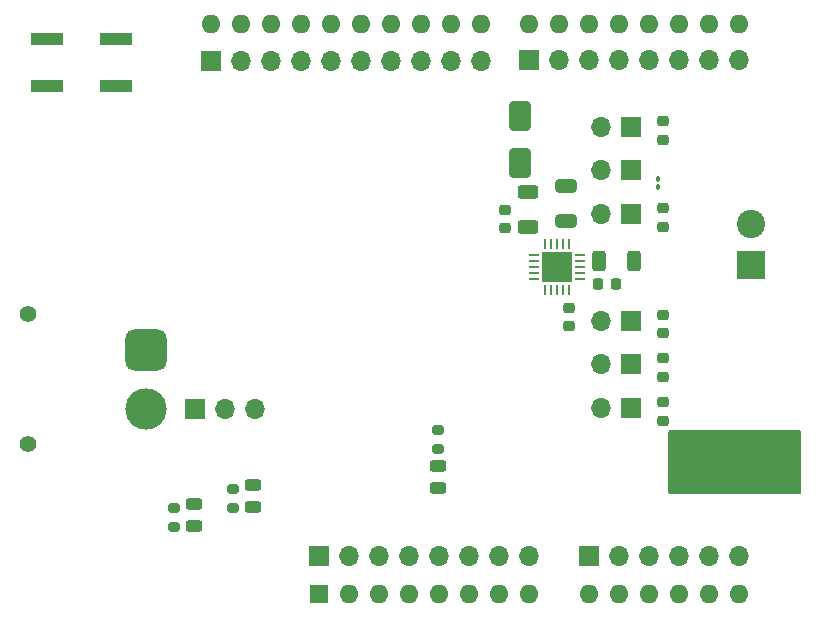
<source format=gbr>
%TF.GenerationSoftware,KiCad,Pcbnew,8.0.6*%
%TF.CreationDate,2024-12-10T20:38:09+01:00*%
%TF.ProjectId,TUSS4470_shield,54555353-3434-4373-905f-736869656c64,rev?*%
%TF.SameCoordinates,Original*%
%TF.FileFunction,Soldermask,Top*%
%TF.FilePolarity,Negative*%
%FSLAX46Y46*%
G04 Gerber Fmt 4.6, Leading zero omitted, Abs format (unit mm)*
G04 Created by KiCad (PCBNEW 8.0.6) date 2024-12-10 20:38:09*
%MOMM*%
%LPD*%
G01*
G04 APERTURE LIST*
G04 Aperture macros list*
%AMRoundRect*
0 Rectangle with rounded corners*
0 $1 Rounding radius*
0 $2 $3 $4 $5 $6 $7 $8 $9 X,Y pos of 4 corners*
0 Add a 4 corners polygon primitive as box body*
4,1,4,$2,$3,$4,$5,$6,$7,$8,$9,$2,$3,0*
0 Add four circle primitives for the rounded corners*
1,1,$1+$1,$2,$3*
1,1,$1+$1,$4,$5*
1,1,$1+$1,$6,$7*
1,1,$1+$1,$8,$9*
0 Add four rect primitives between the rounded corners*
20,1,$1+$1,$2,$3,$4,$5,0*
20,1,$1+$1,$4,$5,$6,$7,0*
20,1,$1+$1,$6,$7,$8,$9,0*
20,1,$1+$1,$8,$9,$2,$3,0*%
G04 Aperture macros list end*
%ADD10R,2.800000X1.000000*%
%ADD11RoundRect,0.200000X0.275000X-0.200000X0.275000X0.200000X-0.275000X0.200000X-0.275000X-0.200000X0*%
%ADD12RoundRect,0.243750X-0.456250X0.243750X-0.456250X-0.243750X0.456250X-0.243750X0.456250X0.243750X0*%
%ADD13RoundRect,0.243750X0.456250X-0.243750X0.456250X0.243750X-0.456250X0.243750X-0.456250X-0.243750X0*%
%ADD14RoundRect,0.250000X0.312500X0.625000X-0.312500X0.625000X-0.312500X-0.625000X0.312500X-0.625000X0*%
%ADD15R,2.400000X2.400000*%
%ADD16C,2.400000*%
%ADD17RoundRect,0.062500X-0.350000X-0.062500X0.350000X-0.062500X0.350000X0.062500X-0.350000X0.062500X0*%
%ADD18RoundRect,0.062500X-0.062500X-0.350000X0.062500X-0.350000X0.062500X0.350000X-0.062500X0.350000X0*%
%ADD19R,2.500000X2.500000*%
%ADD20RoundRect,0.250000X0.650000X-1.000000X0.650000X1.000000X-0.650000X1.000000X-0.650000X-1.000000X0*%
%ADD21RoundRect,0.225000X0.225000X0.250000X-0.225000X0.250000X-0.225000X-0.250000X0.225000X-0.250000X0*%
%ADD22R,1.700000X1.700000*%
%ADD23O,1.700000X1.700000*%
%ADD24RoundRect,0.225000X0.250000X-0.225000X0.250000X0.225000X-0.250000X0.225000X-0.250000X-0.225000X0*%
%ADD25C,1.400000*%
%ADD26RoundRect,0.770000X0.980000X-0.980000X0.980000X0.980000X-0.980000X0.980000X-0.980000X-0.980000X0*%
%ADD27C,3.500000*%
%ADD28RoundRect,0.250000X0.650000X-0.325000X0.650000X0.325000X-0.650000X0.325000X-0.650000X-0.325000X0*%
%ADD29RoundRect,0.250000X0.625000X-0.312500X0.625000X0.312500X-0.625000X0.312500X-0.625000X-0.312500X0*%
%ADD30RoundRect,0.100000X0.100000X-0.130000X0.100000X0.130000X-0.100000X0.130000X-0.100000X-0.130000X0*%
%ADD31O,1.600000X1.600000*%
%ADD32R,1.600000X1.600000*%
G04 APERTURE END LIST*
D10*
%TO.C,SW1*%
X69300000Y-38200000D03*
X75100000Y-38200000D03*
X69300000Y-42200000D03*
X75100000Y-42200000D03*
%TD*%
D11*
%TO.C,R5*%
X80000000Y-79525000D03*
X80000000Y-77875000D03*
%TD*%
%TO.C,R4*%
X85000000Y-77925000D03*
X85000000Y-76275000D03*
%TD*%
%TO.C,R3*%
X102400000Y-72925000D03*
X102400000Y-71275000D03*
%TD*%
D12*
%TO.C,D4*%
X81700000Y-77562500D03*
X81700000Y-79437500D03*
%TD*%
%TO.C,D3*%
X86700000Y-75962500D03*
X86700000Y-77837500D03*
%TD*%
D13*
%TO.C,D2*%
X102400000Y-76237500D03*
X102400000Y-74362500D03*
%TD*%
D14*
%TO.C,R2*%
X118962500Y-57000000D03*
X116037500Y-57000000D03*
%TD*%
D15*
%TO.C,J2*%
X128900000Y-57350000D03*
D16*
X128900000Y-53850000D03*
%TD*%
D17*
%TO.C,U1*%
X110525000Y-56500000D03*
X110525000Y-57000000D03*
X110525000Y-57500000D03*
X110525000Y-58000000D03*
X110525000Y-58500000D03*
D18*
X111462500Y-59437500D03*
X111962500Y-59437500D03*
X112462500Y-59437500D03*
X112962500Y-59437500D03*
X113462500Y-59437500D03*
D17*
X114400000Y-58500000D03*
X114400000Y-58000000D03*
X114400000Y-57500000D03*
X114400000Y-57000000D03*
X114400000Y-56500000D03*
D18*
X113462500Y-55562500D03*
X112962500Y-55562500D03*
X112462500Y-55562500D03*
X111962500Y-55562500D03*
X111462500Y-55562500D03*
D19*
X112462500Y-57500000D03*
%TD*%
D20*
%TO.C,D1*%
X109300000Y-48700000D03*
X109300000Y-44700000D03*
%TD*%
D21*
%TO.C,C5*%
X117475000Y-58900000D03*
X115925000Y-58900000D03*
%TD*%
D22*
%TO.C,JP2*%
X118740000Y-65700000D03*
D23*
X116200000Y-65700000D03*
%TD*%
D22*
%TO.C,JP3*%
X118740000Y-49300000D03*
D23*
X116200000Y-49300000D03*
%TD*%
D24*
%TO.C,C2*%
X121400000Y-66775000D03*
X121400000Y-65225000D03*
%TD*%
%TO.C,C8*%
X113500000Y-62475000D03*
X113500000Y-60925000D03*
%TD*%
D22*
%TO.C,J6*%
X115143426Y-82000000D03*
D23*
X117683426Y-82000000D03*
X120223426Y-82000000D03*
X122763426Y-82000000D03*
X125303426Y-82000000D03*
X127843426Y-82000000D03*
%TD*%
D25*
%TO.C,J1*%
X67675000Y-72500000D03*
X67675000Y-61500000D03*
D26*
X77675000Y-64500000D03*
D27*
X77675000Y-69500000D03*
%TD*%
D28*
%TO.C,C6*%
X113200000Y-53575000D03*
X113200000Y-50625000D03*
%TD*%
D24*
%TO.C,C10*%
X121400000Y-63100000D03*
X121400000Y-61550000D03*
%TD*%
%TO.C,C9*%
X121400000Y-54075000D03*
X121400000Y-52525000D03*
%TD*%
D22*
%TO.C,JP4*%
X118740000Y-69400000D03*
D23*
X116200000Y-69400000D03*
%TD*%
D24*
%TO.C,C1*%
X121400000Y-46700000D03*
X121400000Y-45150000D03*
%TD*%
D29*
%TO.C,R1*%
X110000000Y-54062500D03*
X110000000Y-51137500D03*
%TD*%
D30*
%TO.C,C3*%
X121000000Y-50720000D03*
X121000000Y-50080000D03*
%TD*%
D22*
%TO.C,J7*%
X92292675Y-81999189D03*
D23*
X94832675Y-81999189D03*
X97372675Y-81999189D03*
X99912675Y-81999189D03*
X102452675Y-81999189D03*
X104992675Y-81999189D03*
X107532675Y-81999189D03*
X110072675Y-81999189D03*
%TD*%
D22*
%TO.C,J5*%
X110062821Y-40000000D03*
D23*
X112602821Y-40000000D03*
X115142821Y-40000000D03*
X117682821Y-40000000D03*
X120222821Y-40000000D03*
X122762821Y-40000000D03*
X125302821Y-40000000D03*
X127842821Y-40000000D03*
%TD*%
D22*
%TO.C,J3*%
X83137057Y-40008896D03*
D23*
X85677057Y-40008896D03*
X88217057Y-40008896D03*
X90757057Y-40008896D03*
X93297057Y-40008896D03*
X95837057Y-40008896D03*
X98377057Y-40008896D03*
X100917057Y-40008896D03*
X103457057Y-40008896D03*
X105997057Y-40008896D03*
%TD*%
D24*
%TO.C,C7*%
X108100000Y-54175000D03*
X108100000Y-52625000D03*
%TD*%
D22*
%TO.C,J4*%
X81775000Y-69500000D03*
D23*
X84315000Y-69500000D03*
X86855000Y-69500000D03*
%TD*%
D24*
%TO.C,C4*%
X121400000Y-70500000D03*
X121400000Y-68950000D03*
%TD*%
D22*
%TO.C,JP5*%
X118740000Y-53000000D03*
D23*
X116200000Y-53000000D03*
%TD*%
D22*
%TO.C,JP1*%
X118740000Y-45600000D03*
D23*
X116200000Y-45600000D03*
%TD*%
D22*
%TO.C,JP6*%
X118740000Y-62025000D03*
D23*
X116200000Y-62025000D03*
%TD*%
D31*
%TO.C,A1*%
X83180000Y-36900000D03*
X85720000Y-36900000D03*
X88260000Y-36900000D03*
X90800000Y-36900000D03*
X93340000Y-36900000D03*
X95880000Y-36900000D03*
X98420000Y-36900000D03*
X100960000Y-36900000D03*
X103500000Y-36900000D03*
X106040000Y-36900000D03*
X110100000Y-36900000D03*
X112640000Y-36900000D03*
X115180000Y-36900000D03*
X117720000Y-36900000D03*
X120260000Y-36900000D03*
X122800000Y-36900000D03*
X125340000Y-36900000D03*
X127880000Y-36900000D03*
X127880000Y-85160000D03*
X125340000Y-85160000D03*
X122800000Y-85160000D03*
X120260000Y-85160000D03*
X117720000Y-85160000D03*
X115180000Y-85160000D03*
X110100000Y-85160000D03*
X107560000Y-85160000D03*
X105020000Y-85160000D03*
X102480000Y-85160000D03*
X99940000Y-85160000D03*
X97400000Y-85160000D03*
X94860000Y-85160000D03*
D32*
X92320000Y-85160000D03*
%TD*%
G36*
X133043039Y-71319685D02*
G01*
X133088794Y-71372489D01*
X133100000Y-71424000D01*
X133100000Y-76576000D01*
X133080315Y-76643039D01*
X133027511Y-76688794D01*
X132976000Y-76700000D01*
X122024000Y-76700000D01*
X121956961Y-76680315D01*
X121911206Y-76627511D01*
X121900000Y-76576000D01*
X121900000Y-71424000D01*
X121919685Y-71356961D01*
X121972489Y-71311206D01*
X122024000Y-71300000D01*
X132976000Y-71300000D01*
X133043039Y-71319685D01*
G37*
M02*

</source>
